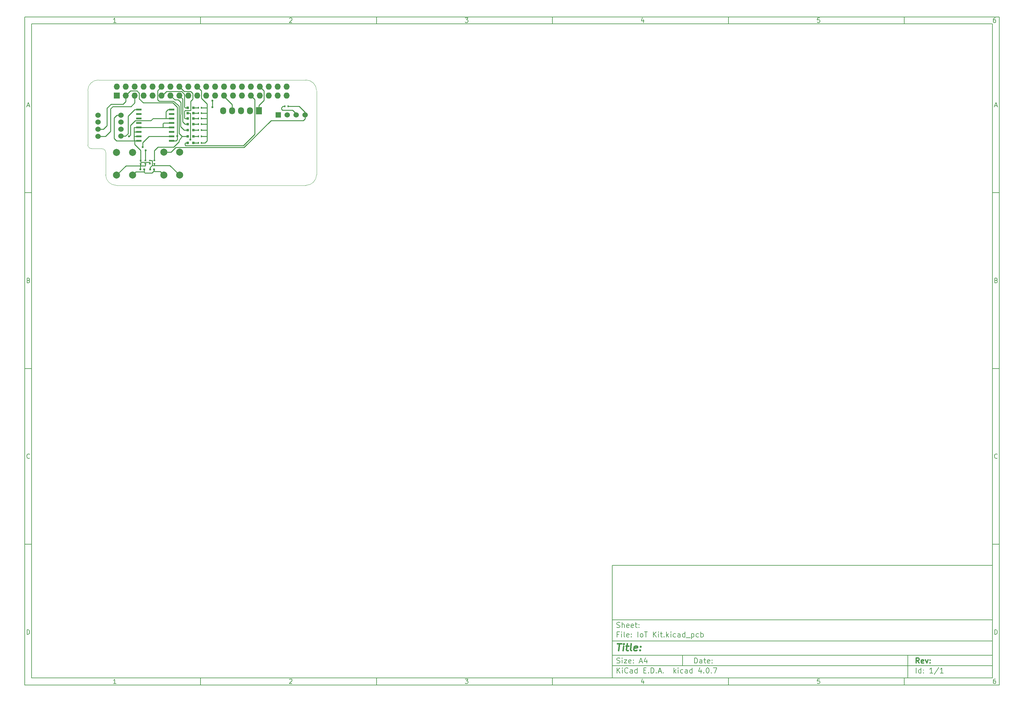
<source format=gbr>
G04 #@! TF.FileFunction,Copper,L1,Top,Signal*
%FSLAX46Y46*%
G04 Gerber Fmt 4.6, Leading zero omitted, Abs format (unit mm)*
G04 Created by KiCad (PCBNEW 4.0.7) date Thursday 07 December 2017 'o51' 11:51:57*
%MOMM*%
%LPD*%
G01*
G04 APERTURE LIST*
%ADD10C,0.100000*%
%ADD11C,0.150000*%
%ADD12C,0.300000*%
%ADD13C,0.400000*%
%ADD14R,1.727200X2.032000*%
%ADD15O,1.727200X2.032000*%
%ADD16R,1.727200X1.727200*%
%ADD17O,1.727200X1.727200*%
%ADD18C,1.524000*%
%ADD19R,1.524000X1.524000*%
%ADD20R,1.500000X0.600000*%
%ADD21C,2.000000*%
%ADD22R,0.600000X0.500000*%
%ADD23R,0.800000X0.800000*%
%ADD24R,0.600000X0.400000*%
%ADD25R,0.400000X0.600000*%
%ADD26C,0.600000*%
%ADD27C,0.250000*%
G04 APERTURE END LIST*
D10*
D11*
X177002200Y-166007200D02*
X177002200Y-198007200D01*
X285002200Y-198007200D01*
X285002200Y-166007200D01*
X177002200Y-166007200D01*
D10*
D11*
X10000000Y-10000000D02*
X10000000Y-200007200D01*
X287002200Y-200007200D01*
X287002200Y-10000000D01*
X10000000Y-10000000D01*
D10*
D11*
X12000000Y-12000000D02*
X12000000Y-198007200D01*
X285002200Y-198007200D01*
X285002200Y-12000000D01*
X12000000Y-12000000D01*
D10*
D11*
X60000000Y-12000000D02*
X60000000Y-10000000D01*
D10*
D11*
X110000000Y-12000000D02*
X110000000Y-10000000D01*
D10*
D11*
X160000000Y-12000000D02*
X160000000Y-10000000D01*
D10*
D11*
X210000000Y-12000000D02*
X210000000Y-10000000D01*
D10*
D11*
X260000000Y-12000000D02*
X260000000Y-10000000D01*
D10*
D11*
X35990476Y-11588095D02*
X35247619Y-11588095D01*
X35619048Y-11588095D02*
X35619048Y-10288095D01*
X35495238Y-10473810D01*
X35371429Y-10597619D01*
X35247619Y-10659524D01*
D10*
D11*
X85247619Y-10411905D02*
X85309524Y-10350000D01*
X85433333Y-10288095D01*
X85742857Y-10288095D01*
X85866667Y-10350000D01*
X85928571Y-10411905D01*
X85990476Y-10535714D01*
X85990476Y-10659524D01*
X85928571Y-10845238D01*
X85185714Y-11588095D01*
X85990476Y-11588095D01*
D10*
D11*
X135185714Y-10288095D02*
X135990476Y-10288095D01*
X135557143Y-10783333D01*
X135742857Y-10783333D01*
X135866667Y-10845238D01*
X135928571Y-10907143D01*
X135990476Y-11030952D01*
X135990476Y-11340476D01*
X135928571Y-11464286D01*
X135866667Y-11526190D01*
X135742857Y-11588095D01*
X135371429Y-11588095D01*
X135247619Y-11526190D01*
X135185714Y-11464286D01*
D10*
D11*
X185866667Y-10721429D02*
X185866667Y-11588095D01*
X185557143Y-10226190D02*
X185247619Y-11154762D01*
X186052381Y-11154762D01*
D10*
D11*
X235928571Y-10288095D02*
X235309524Y-10288095D01*
X235247619Y-10907143D01*
X235309524Y-10845238D01*
X235433333Y-10783333D01*
X235742857Y-10783333D01*
X235866667Y-10845238D01*
X235928571Y-10907143D01*
X235990476Y-11030952D01*
X235990476Y-11340476D01*
X235928571Y-11464286D01*
X235866667Y-11526190D01*
X235742857Y-11588095D01*
X235433333Y-11588095D01*
X235309524Y-11526190D01*
X235247619Y-11464286D01*
D10*
D11*
X285866667Y-10288095D02*
X285619048Y-10288095D01*
X285495238Y-10350000D01*
X285433333Y-10411905D01*
X285309524Y-10597619D01*
X285247619Y-10845238D01*
X285247619Y-11340476D01*
X285309524Y-11464286D01*
X285371429Y-11526190D01*
X285495238Y-11588095D01*
X285742857Y-11588095D01*
X285866667Y-11526190D01*
X285928571Y-11464286D01*
X285990476Y-11340476D01*
X285990476Y-11030952D01*
X285928571Y-10907143D01*
X285866667Y-10845238D01*
X285742857Y-10783333D01*
X285495238Y-10783333D01*
X285371429Y-10845238D01*
X285309524Y-10907143D01*
X285247619Y-11030952D01*
D10*
D11*
X60000000Y-198007200D02*
X60000000Y-200007200D01*
D10*
D11*
X110000000Y-198007200D02*
X110000000Y-200007200D01*
D10*
D11*
X160000000Y-198007200D02*
X160000000Y-200007200D01*
D10*
D11*
X210000000Y-198007200D02*
X210000000Y-200007200D01*
D10*
D11*
X260000000Y-198007200D02*
X260000000Y-200007200D01*
D10*
D11*
X35990476Y-199595295D02*
X35247619Y-199595295D01*
X35619048Y-199595295D02*
X35619048Y-198295295D01*
X35495238Y-198481010D01*
X35371429Y-198604819D01*
X35247619Y-198666724D01*
D10*
D11*
X85247619Y-198419105D02*
X85309524Y-198357200D01*
X85433333Y-198295295D01*
X85742857Y-198295295D01*
X85866667Y-198357200D01*
X85928571Y-198419105D01*
X85990476Y-198542914D01*
X85990476Y-198666724D01*
X85928571Y-198852438D01*
X85185714Y-199595295D01*
X85990476Y-199595295D01*
D10*
D11*
X135185714Y-198295295D02*
X135990476Y-198295295D01*
X135557143Y-198790533D01*
X135742857Y-198790533D01*
X135866667Y-198852438D01*
X135928571Y-198914343D01*
X135990476Y-199038152D01*
X135990476Y-199347676D01*
X135928571Y-199471486D01*
X135866667Y-199533390D01*
X135742857Y-199595295D01*
X135371429Y-199595295D01*
X135247619Y-199533390D01*
X135185714Y-199471486D01*
D10*
D11*
X185866667Y-198728629D02*
X185866667Y-199595295D01*
X185557143Y-198233390D02*
X185247619Y-199161962D01*
X186052381Y-199161962D01*
D10*
D11*
X235928571Y-198295295D02*
X235309524Y-198295295D01*
X235247619Y-198914343D01*
X235309524Y-198852438D01*
X235433333Y-198790533D01*
X235742857Y-198790533D01*
X235866667Y-198852438D01*
X235928571Y-198914343D01*
X235990476Y-199038152D01*
X235990476Y-199347676D01*
X235928571Y-199471486D01*
X235866667Y-199533390D01*
X235742857Y-199595295D01*
X235433333Y-199595295D01*
X235309524Y-199533390D01*
X235247619Y-199471486D01*
D10*
D11*
X285866667Y-198295295D02*
X285619048Y-198295295D01*
X285495238Y-198357200D01*
X285433333Y-198419105D01*
X285309524Y-198604819D01*
X285247619Y-198852438D01*
X285247619Y-199347676D01*
X285309524Y-199471486D01*
X285371429Y-199533390D01*
X285495238Y-199595295D01*
X285742857Y-199595295D01*
X285866667Y-199533390D01*
X285928571Y-199471486D01*
X285990476Y-199347676D01*
X285990476Y-199038152D01*
X285928571Y-198914343D01*
X285866667Y-198852438D01*
X285742857Y-198790533D01*
X285495238Y-198790533D01*
X285371429Y-198852438D01*
X285309524Y-198914343D01*
X285247619Y-199038152D01*
D10*
D11*
X10000000Y-60000000D02*
X12000000Y-60000000D01*
D10*
D11*
X10000000Y-110000000D02*
X12000000Y-110000000D01*
D10*
D11*
X10000000Y-160000000D02*
X12000000Y-160000000D01*
D10*
D11*
X10690476Y-35216667D02*
X11309524Y-35216667D01*
X10566667Y-35588095D02*
X11000000Y-34288095D01*
X11433333Y-35588095D01*
D10*
D11*
X11092857Y-84907143D02*
X11278571Y-84969048D01*
X11340476Y-85030952D01*
X11402381Y-85154762D01*
X11402381Y-85340476D01*
X11340476Y-85464286D01*
X11278571Y-85526190D01*
X11154762Y-85588095D01*
X10659524Y-85588095D01*
X10659524Y-84288095D01*
X11092857Y-84288095D01*
X11216667Y-84350000D01*
X11278571Y-84411905D01*
X11340476Y-84535714D01*
X11340476Y-84659524D01*
X11278571Y-84783333D01*
X11216667Y-84845238D01*
X11092857Y-84907143D01*
X10659524Y-84907143D01*
D10*
D11*
X11402381Y-135464286D02*
X11340476Y-135526190D01*
X11154762Y-135588095D01*
X11030952Y-135588095D01*
X10845238Y-135526190D01*
X10721429Y-135402381D01*
X10659524Y-135278571D01*
X10597619Y-135030952D01*
X10597619Y-134845238D01*
X10659524Y-134597619D01*
X10721429Y-134473810D01*
X10845238Y-134350000D01*
X11030952Y-134288095D01*
X11154762Y-134288095D01*
X11340476Y-134350000D01*
X11402381Y-134411905D01*
D10*
D11*
X10659524Y-185588095D02*
X10659524Y-184288095D01*
X10969048Y-184288095D01*
X11154762Y-184350000D01*
X11278571Y-184473810D01*
X11340476Y-184597619D01*
X11402381Y-184845238D01*
X11402381Y-185030952D01*
X11340476Y-185278571D01*
X11278571Y-185402381D01*
X11154762Y-185526190D01*
X10969048Y-185588095D01*
X10659524Y-185588095D01*
D10*
D11*
X287002200Y-60000000D02*
X285002200Y-60000000D01*
D10*
D11*
X287002200Y-110000000D02*
X285002200Y-110000000D01*
D10*
D11*
X287002200Y-160000000D02*
X285002200Y-160000000D01*
D10*
D11*
X285692676Y-35216667D02*
X286311724Y-35216667D01*
X285568867Y-35588095D02*
X286002200Y-34288095D01*
X286435533Y-35588095D01*
D10*
D11*
X286095057Y-84907143D02*
X286280771Y-84969048D01*
X286342676Y-85030952D01*
X286404581Y-85154762D01*
X286404581Y-85340476D01*
X286342676Y-85464286D01*
X286280771Y-85526190D01*
X286156962Y-85588095D01*
X285661724Y-85588095D01*
X285661724Y-84288095D01*
X286095057Y-84288095D01*
X286218867Y-84350000D01*
X286280771Y-84411905D01*
X286342676Y-84535714D01*
X286342676Y-84659524D01*
X286280771Y-84783333D01*
X286218867Y-84845238D01*
X286095057Y-84907143D01*
X285661724Y-84907143D01*
D10*
D11*
X286404581Y-135464286D02*
X286342676Y-135526190D01*
X286156962Y-135588095D01*
X286033152Y-135588095D01*
X285847438Y-135526190D01*
X285723629Y-135402381D01*
X285661724Y-135278571D01*
X285599819Y-135030952D01*
X285599819Y-134845238D01*
X285661724Y-134597619D01*
X285723629Y-134473810D01*
X285847438Y-134350000D01*
X286033152Y-134288095D01*
X286156962Y-134288095D01*
X286342676Y-134350000D01*
X286404581Y-134411905D01*
D10*
D11*
X285661724Y-185588095D02*
X285661724Y-184288095D01*
X285971248Y-184288095D01*
X286156962Y-184350000D01*
X286280771Y-184473810D01*
X286342676Y-184597619D01*
X286404581Y-184845238D01*
X286404581Y-185030952D01*
X286342676Y-185278571D01*
X286280771Y-185402381D01*
X286156962Y-185526190D01*
X285971248Y-185588095D01*
X285661724Y-185588095D01*
D10*
D11*
X200359343Y-193785771D02*
X200359343Y-192285771D01*
X200716486Y-192285771D01*
X200930771Y-192357200D01*
X201073629Y-192500057D01*
X201145057Y-192642914D01*
X201216486Y-192928629D01*
X201216486Y-193142914D01*
X201145057Y-193428629D01*
X201073629Y-193571486D01*
X200930771Y-193714343D01*
X200716486Y-193785771D01*
X200359343Y-193785771D01*
X202502200Y-193785771D02*
X202502200Y-193000057D01*
X202430771Y-192857200D01*
X202287914Y-192785771D01*
X202002200Y-192785771D01*
X201859343Y-192857200D01*
X202502200Y-193714343D02*
X202359343Y-193785771D01*
X202002200Y-193785771D01*
X201859343Y-193714343D01*
X201787914Y-193571486D01*
X201787914Y-193428629D01*
X201859343Y-193285771D01*
X202002200Y-193214343D01*
X202359343Y-193214343D01*
X202502200Y-193142914D01*
X203002200Y-192785771D02*
X203573629Y-192785771D01*
X203216486Y-192285771D02*
X203216486Y-193571486D01*
X203287914Y-193714343D01*
X203430772Y-193785771D01*
X203573629Y-193785771D01*
X204645057Y-193714343D02*
X204502200Y-193785771D01*
X204216486Y-193785771D01*
X204073629Y-193714343D01*
X204002200Y-193571486D01*
X204002200Y-193000057D01*
X204073629Y-192857200D01*
X204216486Y-192785771D01*
X204502200Y-192785771D01*
X204645057Y-192857200D01*
X204716486Y-193000057D01*
X204716486Y-193142914D01*
X204002200Y-193285771D01*
X205359343Y-193642914D02*
X205430771Y-193714343D01*
X205359343Y-193785771D01*
X205287914Y-193714343D01*
X205359343Y-193642914D01*
X205359343Y-193785771D01*
X205359343Y-192857200D02*
X205430771Y-192928629D01*
X205359343Y-193000057D01*
X205287914Y-192928629D01*
X205359343Y-192857200D01*
X205359343Y-193000057D01*
D10*
D11*
X177002200Y-194507200D02*
X285002200Y-194507200D01*
D10*
D11*
X178359343Y-196585771D02*
X178359343Y-195085771D01*
X179216486Y-196585771D02*
X178573629Y-195728629D01*
X179216486Y-195085771D02*
X178359343Y-195942914D01*
X179859343Y-196585771D02*
X179859343Y-195585771D01*
X179859343Y-195085771D02*
X179787914Y-195157200D01*
X179859343Y-195228629D01*
X179930771Y-195157200D01*
X179859343Y-195085771D01*
X179859343Y-195228629D01*
X181430772Y-196442914D02*
X181359343Y-196514343D01*
X181145057Y-196585771D01*
X181002200Y-196585771D01*
X180787915Y-196514343D01*
X180645057Y-196371486D01*
X180573629Y-196228629D01*
X180502200Y-195942914D01*
X180502200Y-195728629D01*
X180573629Y-195442914D01*
X180645057Y-195300057D01*
X180787915Y-195157200D01*
X181002200Y-195085771D01*
X181145057Y-195085771D01*
X181359343Y-195157200D01*
X181430772Y-195228629D01*
X182716486Y-196585771D02*
X182716486Y-195800057D01*
X182645057Y-195657200D01*
X182502200Y-195585771D01*
X182216486Y-195585771D01*
X182073629Y-195657200D01*
X182716486Y-196514343D02*
X182573629Y-196585771D01*
X182216486Y-196585771D01*
X182073629Y-196514343D01*
X182002200Y-196371486D01*
X182002200Y-196228629D01*
X182073629Y-196085771D01*
X182216486Y-196014343D01*
X182573629Y-196014343D01*
X182716486Y-195942914D01*
X184073629Y-196585771D02*
X184073629Y-195085771D01*
X184073629Y-196514343D02*
X183930772Y-196585771D01*
X183645058Y-196585771D01*
X183502200Y-196514343D01*
X183430772Y-196442914D01*
X183359343Y-196300057D01*
X183359343Y-195871486D01*
X183430772Y-195728629D01*
X183502200Y-195657200D01*
X183645058Y-195585771D01*
X183930772Y-195585771D01*
X184073629Y-195657200D01*
X185930772Y-195800057D02*
X186430772Y-195800057D01*
X186645058Y-196585771D02*
X185930772Y-196585771D01*
X185930772Y-195085771D01*
X186645058Y-195085771D01*
X187287915Y-196442914D02*
X187359343Y-196514343D01*
X187287915Y-196585771D01*
X187216486Y-196514343D01*
X187287915Y-196442914D01*
X187287915Y-196585771D01*
X188002201Y-196585771D02*
X188002201Y-195085771D01*
X188359344Y-195085771D01*
X188573629Y-195157200D01*
X188716487Y-195300057D01*
X188787915Y-195442914D01*
X188859344Y-195728629D01*
X188859344Y-195942914D01*
X188787915Y-196228629D01*
X188716487Y-196371486D01*
X188573629Y-196514343D01*
X188359344Y-196585771D01*
X188002201Y-196585771D01*
X189502201Y-196442914D02*
X189573629Y-196514343D01*
X189502201Y-196585771D01*
X189430772Y-196514343D01*
X189502201Y-196442914D01*
X189502201Y-196585771D01*
X190145058Y-196157200D02*
X190859344Y-196157200D01*
X190002201Y-196585771D02*
X190502201Y-195085771D01*
X191002201Y-196585771D01*
X191502201Y-196442914D02*
X191573629Y-196514343D01*
X191502201Y-196585771D01*
X191430772Y-196514343D01*
X191502201Y-196442914D01*
X191502201Y-196585771D01*
X194502201Y-196585771D02*
X194502201Y-195085771D01*
X194645058Y-196014343D02*
X195073629Y-196585771D01*
X195073629Y-195585771D02*
X194502201Y-196157200D01*
X195716487Y-196585771D02*
X195716487Y-195585771D01*
X195716487Y-195085771D02*
X195645058Y-195157200D01*
X195716487Y-195228629D01*
X195787915Y-195157200D01*
X195716487Y-195085771D01*
X195716487Y-195228629D01*
X197073630Y-196514343D02*
X196930773Y-196585771D01*
X196645059Y-196585771D01*
X196502201Y-196514343D01*
X196430773Y-196442914D01*
X196359344Y-196300057D01*
X196359344Y-195871486D01*
X196430773Y-195728629D01*
X196502201Y-195657200D01*
X196645059Y-195585771D01*
X196930773Y-195585771D01*
X197073630Y-195657200D01*
X198359344Y-196585771D02*
X198359344Y-195800057D01*
X198287915Y-195657200D01*
X198145058Y-195585771D01*
X197859344Y-195585771D01*
X197716487Y-195657200D01*
X198359344Y-196514343D02*
X198216487Y-196585771D01*
X197859344Y-196585771D01*
X197716487Y-196514343D01*
X197645058Y-196371486D01*
X197645058Y-196228629D01*
X197716487Y-196085771D01*
X197859344Y-196014343D01*
X198216487Y-196014343D01*
X198359344Y-195942914D01*
X199716487Y-196585771D02*
X199716487Y-195085771D01*
X199716487Y-196514343D02*
X199573630Y-196585771D01*
X199287916Y-196585771D01*
X199145058Y-196514343D01*
X199073630Y-196442914D01*
X199002201Y-196300057D01*
X199002201Y-195871486D01*
X199073630Y-195728629D01*
X199145058Y-195657200D01*
X199287916Y-195585771D01*
X199573630Y-195585771D01*
X199716487Y-195657200D01*
X202216487Y-195585771D02*
X202216487Y-196585771D01*
X201859344Y-195014343D02*
X201502201Y-196085771D01*
X202430773Y-196085771D01*
X203002201Y-196442914D02*
X203073629Y-196514343D01*
X203002201Y-196585771D01*
X202930772Y-196514343D01*
X203002201Y-196442914D01*
X203002201Y-196585771D01*
X204002201Y-195085771D02*
X204145058Y-195085771D01*
X204287915Y-195157200D01*
X204359344Y-195228629D01*
X204430773Y-195371486D01*
X204502201Y-195657200D01*
X204502201Y-196014343D01*
X204430773Y-196300057D01*
X204359344Y-196442914D01*
X204287915Y-196514343D01*
X204145058Y-196585771D01*
X204002201Y-196585771D01*
X203859344Y-196514343D01*
X203787915Y-196442914D01*
X203716487Y-196300057D01*
X203645058Y-196014343D01*
X203645058Y-195657200D01*
X203716487Y-195371486D01*
X203787915Y-195228629D01*
X203859344Y-195157200D01*
X204002201Y-195085771D01*
X205145058Y-196442914D02*
X205216486Y-196514343D01*
X205145058Y-196585771D01*
X205073629Y-196514343D01*
X205145058Y-196442914D01*
X205145058Y-196585771D01*
X205716487Y-195085771D02*
X206716487Y-195085771D01*
X206073630Y-196585771D01*
D10*
D11*
X177002200Y-191507200D02*
X285002200Y-191507200D01*
D10*
D12*
X264216486Y-193785771D02*
X263716486Y-193071486D01*
X263359343Y-193785771D02*
X263359343Y-192285771D01*
X263930771Y-192285771D01*
X264073629Y-192357200D01*
X264145057Y-192428629D01*
X264216486Y-192571486D01*
X264216486Y-192785771D01*
X264145057Y-192928629D01*
X264073629Y-193000057D01*
X263930771Y-193071486D01*
X263359343Y-193071486D01*
X265430771Y-193714343D02*
X265287914Y-193785771D01*
X265002200Y-193785771D01*
X264859343Y-193714343D01*
X264787914Y-193571486D01*
X264787914Y-193000057D01*
X264859343Y-192857200D01*
X265002200Y-192785771D01*
X265287914Y-192785771D01*
X265430771Y-192857200D01*
X265502200Y-193000057D01*
X265502200Y-193142914D01*
X264787914Y-193285771D01*
X266002200Y-192785771D02*
X266359343Y-193785771D01*
X266716485Y-192785771D01*
X267287914Y-193642914D02*
X267359342Y-193714343D01*
X267287914Y-193785771D01*
X267216485Y-193714343D01*
X267287914Y-193642914D01*
X267287914Y-193785771D01*
X267287914Y-192857200D02*
X267359342Y-192928629D01*
X267287914Y-193000057D01*
X267216485Y-192928629D01*
X267287914Y-192857200D01*
X267287914Y-193000057D01*
D10*
D11*
X178287914Y-193714343D02*
X178502200Y-193785771D01*
X178859343Y-193785771D01*
X179002200Y-193714343D01*
X179073629Y-193642914D01*
X179145057Y-193500057D01*
X179145057Y-193357200D01*
X179073629Y-193214343D01*
X179002200Y-193142914D01*
X178859343Y-193071486D01*
X178573629Y-193000057D01*
X178430771Y-192928629D01*
X178359343Y-192857200D01*
X178287914Y-192714343D01*
X178287914Y-192571486D01*
X178359343Y-192428629D01*
X178430771Y-192357200D01*
X178573629Y-192285771D01*
X178930771Y-192285771D01*
X179145057Y-192357200D01*
X179787914Y-193785771D02*
X179787914Y-192785771D01*
X179787914Y-192285771D02*
X179716485Y-192357200D01*
X179787914Y-192428629D01*
X179859342Y-192357200D01*
X179787914Y-192285771D01*
X179787914Y-192428629D01*
X180359343Y-192785771D02*
X181145057Y-192785771D01*
X180359343Y-193785771D01*
X181145057Y-193785771D01*
X182287914Y-193714343D02*
X182145057Y-193785771D01*
X181859343Y-193785771D01*
X181716486Y-193714343D01*
X181645057Y-193571486D01*
X181645057Y-193000057D01*
X181716486Y-192857200D01*
X181859343Y-192785771D01*
X182145057Y-192785771D01*
X182287914Y-192857200D01*
X182359343Y-193000057D01*
X182359343Y-193142914D01*
X181645057Y-193285771D01*
X183002200Y-193642914D02*
X183073628Y-193714343D01*
X183002200Y-193785771D01*
X182930771Y-193714343D01*
X183002200Y-193642914D01*
X183002200Y-193785771D01*
X183002200Y-192857200D02*
X183073628Y-192928629D01*
X183002200Y-193000057D01*
X182930771Y-192928629D01*
X183002200Y-192857200D01*
X183002200Y-193000057D01*
X184787914Y-193357200D02*
X185502200Y-193357200D01*
X184645057Y-193785771D02*
X185145057Y-192285771D01*
X185645057Y-193785771D01*
X186787914Y-192785771D02*
X186787914Y-193785771D01*
X186430771Y-192214343D02*
X186073628Y-193285771D01*
X187002200Y-193285771D01*
D10*
D11*
X263359343Y-196585771D02*
X263359343Y-195085771D01*
X264716486Y-196585771D02*
X264716486Y-195085771D01*
X264716486Y-196514343D02*
X264573629Y-196585771D01*
X264287915Y-196585771D01*
X264145057Y-196514343D01*
X264073629Y-196442914D01*
X264002200Y-196300057D01*
X264002200Y-195871486D01*
X264073629Y-195728629D01*
X264145057Y-195657200D01*
X264287915Y-195585771D01*
X264573629Y-195585771D01*
X264716486Y-195657200D01*
X265430772Y-196442914D02*
X265502200Y-196514343D01*
X265430772Y-196585771D01*
X265359343Y-196514343D01*
X265430772Y-196442914D01*
X265430772Y-196585771D01*
X265430772Y-195657200D02*
X265502200Y-195728629D01*
X265430772Y-195800057D01*
X265359343Y-195728629D01*
X265430772Y-195657200D01*
X265430772Y-195800057D01*
X268073629Y-196585771D02*
X267216486Y-196585771D01*
X267645058Y-196585771D02*
X267645058Y-195085771D01*
X267502201Y-195300057D01*
X267359343Y-195442914D01*
X267216486Y-195514343D01*
X269787914Y-195014343D02*
X268502200Y-196942914D01*
X271073629Y-196585771D02*
X270216486Y-196585771D01*
X270645058Y-196585771D02*
X270645058Y-195085771D01*
X270502201Y-195300057D01*
X270359343Y-195442914D01*
X270216486Y-195514343D01*
D10*
D11*
X177002200Y-187507200D02*
X285002200Y-187507200D01*
D10*
D13*
X178454581Y-188211962D02*
X179597438Y-188211962D01*
X178776010Y-190211962D02*
X179026010Y-188211962D01*
X180014105Y-190211962D02*
X180180771Y-188878629D01*
X180264105Y-188211962D02*
X180156962Y-188307200D01*
X180240295Y-188402438D01*
X180347439Y-188307200D01*
X180264105Y-188211962D01*
X180240295Y-188402438D01*
X180847438Y-188878629D02*
X181609343Y-188878629D01*
X181216486Y-188211962D02*
X181002200Y-189926248D01*
X181073630Y-190116724D01*
X181252201Y-190211962D01*
X181442677Y-190211962D01*
X182395058Y-190211962D02*
X182216487Y-190116724D01*
X182145057Y-189926248D01*
X182359343Y-188211962D01*
X183930772Y-190116724D02*
X183728391Y-190211962D01*
X183347439Y-190211962D01*
X183168867Y-190116724D01*
X183097438Y-189926248D01*
X183192676Y-189164343D01*
X183311724Y-188973867D01*
X183514105Y-188878629D01*
X183895057Y-188878629D01*
X184073629Y-188973867D01*
X184145057Y-189164343D01*
X184121248Y-189354819D01*
X183145057Y-189545295D01*
X184895057Y-190021486D02*
X184978392Y-190116724D01*
X184871248Y-190211962D01*
X184787915Y-190116724D01*
X184895057Y-190021486D01*
X184871248Y-190211962D01*
X185026010Y-188973867D02*
X185109344Y-189069105D01*
X185002200Y-189164343D01*
X184918867Y-189069105D01*
X185026010Y-188973867D01*
X185002200Y-189164343D01*
D10*
D11*
X178859343Y-185600057D02*
X178359343Y-185600057D01*
X178359343Y-186385771D02*
X178359343Y-184885771D01*
X179073629Y-184885771D01*
X179645057Y-186385771D02*
X179645057Y-185385771D01*
X179645057Y-184885771D02*
X179573628Y-184957200D01*
X179645057Y-185028629D01*
X179716485Y-184957200D01*
X179645057Y-184885771D01*
X179645057Y-185028629D01*
X180573629Y-186385771D02*
X180430771Y-186314343D01*
X180359343Y-186171486D01*
X180359343Y-184885771D01*
X181716485Y-186314343D02*
X181573628Y-186385771D01*
X181287914Y-186385771D01*
X181145057Y-186314343D01*
X181073628Y-186171486D01*
X181073628Y-185600057D01*
X181145057Y-185457200D01*
X181287914Y-185385771D01*
X181573628Y-185385771D01*
X181716485Y-185457200D01*
X181787914Y-185600057D01*
X181787914Y-185742914D01*
X181073628Y-185885771D01*
X182430771Y-186242914D02*
X182502199Y-186314343D01*
X182430771Y-186385771D01*
X182359342Y-186314343D01*
X182430771Y-186242914D01*
X182430771Y-186385771D01*
X182430771Y-185457200D02*
X182502199Y-185528629D01*
X182430771Y-185600057D01*
X182359342Y-185528629D01*
X182430771Y-185457200D01*
X182430771Y-185600057D01*
X184287914Y-186385771D02*
X184287914Y-184885771D01*
X185216486Y-186385771D02*
X185073628Y-186314343D01*
X185002200Y-186242914D01*
X184930771Y-186100057D01*
X184930771Y-185671486D01*
X185002200Y-185528629D01*
X185073628Y-185457200D01*
X185216486Y-185385771D01*
X185430771Y-185385771D01*
X185573628Y-185457200D01*
X185645057Y-185528629D01*
X185716486Y-185671486D01*
X185716486Y-186100057D01*
X185645057Y-186242914D01*
X185573628Y-186314343D01*
X185430771Y-186385771D01*
X185216486Y-186385771D01*
X186145057Y-184885771D02*
X187002200Y-184885771D01*
X186573629Y-186385771D02*
X186573629Y-184885771D01*
X188645057Y-186385771D02*
X188645057Y-184885771D01*
X189502200Y-186385771D02*
X188859343Y-185528629D01*
X189502200Y-184885771D02*
X188645057Y-185742914D01*
X190145057Y-186385771D02*
X190145057Y-185385771D01*
X190145057Y-184885771D02*
X190073628Y-184957200D01*
X190145057Y-185028629D01*
X190216485Y-184957200D01*
X190145057Y-184885771D01*
X190145057Y-185028629D01*
X190645057Y-185385771D02*
X191216486Y-185385771D01*
X190859343Y-184885771D02*
X190859343Y-186171486D01*
X190930771Y-186314343D01*
X191073629Y-186385771D01*
X191216486Y-186385771D01*
X191716486Y-186242914D02*
X191787914Y-186314343D01*
X191716486Y-186385771D01*
X191645057Y-186314343D01*
X191716486Y-186242914D01*
X191716486Y-186385771D01*
X192430772Y-186385771D02*
X192430772Y-184885771D01*
X192573629Y-185814343D02*
X193002200Y-186385771D01*
X193002200Y-185385771D02*
X192430772Y-185957200D01*
X193645058Y-186385771D02*
X193645058Y-185385771D01*
X193645058Y-184885771D02*
X193573629Y-184957200D01*
X193645058Y-185028629D01*
X193716486Y-184957200D01*
X193645058Y-184885771D01*
X193645058Y-185028629D01*
X195002201Y-186314343D02*
X194859344Y-186385771D01*
X194573630Y-186385771D01*
X194430772Y-186314343D01*
X194359344Y-186242914D01*
X194287915Y-186100057D01*
X194287915Y-185671486D01*
X194359344Y-185528629D01*
X194430772Y-185457200D01*
X194573630Y-185385771D01*
X194859344Y-185385771D01*
X195002201Y-185457200D01*
X196287915Y-186385771D02*
X196287915Y-185600057D01*
X196216486Y-185457200D01*
X196073629Y-185385771D01*
X195787915Y-185385771D01*
X195645058Y-185457200D01*
X196287915Y-186314343D02*
X196145058Y-186385771D01*
X195787915Y-186385771D01*
X195645058Y-186314343D01*
X195573629Y-186171486D01*
X195573629Y-186028629D01*
X195645058Y-185885771D01*
X195787915Y-185814343D01*
X196145058Y-185814343D01*
X196287915Y-185742914D01*
X197645058Y-186385771D02*
X197645058Y-184885771D01*
X197645058Y-186314343D02*
X197502201Y-186385771D01*
X197216487Y-186385771D01*
X197073629Y-186314343D01*
X197002201Y-186242914D01*
X196930772Y-186100057D01*
X196930772Y-185671486D01*
X197002201Y-185528629D01*
X197073629Y-185457200D01*
X197216487Y-185385771D01*
X197502201Y-185385771D01*
X197645058Y-185457200D01*
X198002201Y-186528629D02*
X199145058Y-186528629D01*
X199502201Y-185385771D02*
X199502201Y-186885771D01*
X199502201Y-185457200D02*
X199645058Y-185385771D01*
X199930772Y-185385771D01*
X200073629Y-185457200D01*
X200145058Y-185528629D01*
X200216487Y-185671486D01*
X200216487Y-186100057D01*
X200145058Y-186242914D01*
X200073629Y-186314343D01*
X199930772Y-186385771D01*
X199645058Y-186385771D01*
X199502201Y-186314343D01*
X201502201Y-186314343D02*
X201359344Y-186385771D01*
X201073630Y-186385771D01*
X200930772Y-186314343D01*
X200859344Y-186242914D01*
X200787915Y-186100057D01*
X200787915Y-185671486D01*
X200859344Y-185528629D01*
X200930772Y-185457200D01*
X201073630Y-185385771D01*
X201359344Y-185385771D01*
X201502201Y-185457200D01*
X202145058Y-186385771D02*
X202145058Y-184885771D01*
X202145058Y-185457200D02*
X202287915Y-185385771D01*
X202573629Y-185385771D01*
X202716486Y-185457200D01*
X202787915Y-185528629D01*
X202859344Y-185671486D01*
X202859344Y-186100057D01*
X202787915Y-186242914D01*
X202716486Y-186314343D01*
X202573629Y-186385771D01*
X202287915Y-186385771D01*
X202145058Y-186314343D01*
D10*
D11*
X177002200Y-181507200D02*
X285002200Y-181507200D01*
D10*
D11*
X178287914Y-183614343D02*
X178502200Y-183685771D01*
X178859343Y-183685771D01*
X179002200Y-183614343D01*
X179073629Y-183542914D01*
X179145057Y-183400057D01*
X179145057Y-183257200D01*
X179073629Y-183114343D01*
X179002200Y-183042914D01*
X178859343Y-182971486D01*
X178573629Y-182900057D01*
X178430771Y-182828629D01*
X178359343Y-182757200D01*
X178287914Y-182614343D01*
X178287914Y-182471486D01*
X178359343Y-182328629D01*
X178430771Y-182257200D01*
X178573629Y-182185771D01*
X178930771Y-182185771D01*
X179145057Y-182257200D01*
X179787914Y-183685771D02*
X179787914Y-182185771D01*
X180430771Y-183685771D02*
X180430771Y-182900057D01*
X180359342Y-182757200D01*
X180216485Y-182685771D01*
X180002200Y-182685771D01*
X179859342Y-182757200D01*
X179787914Y-182828629D01*
X181716485Y-183614343D02*
X181573628Y-183685771D01*
X181287914Y-183685771D01*
X181145057Y-183614343D01*
X181073628Y-183471486D01*
X181073628Y-182900057D01*
X181145057Y-182757200D01*
X181287914Y-182685771D01*
X181573628Y-182685771D01*
X181716485Y-182757200D01*
X181787914Y-182900057D01*
X181787914Y-183042914D01*
X181073628Y-183185771D01*
X183002199Y-183614343D02*
X182859342Y-183685771D01*
X182573628Y-183685771D01*
X182430771Y-183614343D01*
X182359342Y-183471486D01*
X182359342Y-182900057D01*
X182430771Y-182757200D01*
X182573628Y-182685771D01*
X182859342Y-182685771D01*
X183002199Y-182757200D01*
X183073628Y-182900057D01*
X183073628Y-183042914D01*
X182359342Y-183185771D01*
X183502199Y-182685771D02*
X184073628Y-182685771D01*
X183716485Y-182185771D02*
X183716485Y-183471486D01*
X183787913Y-183614343D01*
X183930771Y-183685771D01*
X184073628Y-183685771D01*
X184573628Y-183542914D02*
X184645056Y-183614343D01*
X184573628Y-183685771D01*
X184502199Y-183614343D01*
X184573628Y-183542914D01*
X184573628Y-183685771D01*
X184573628Y-182757200D02*
X184645056Y-182828629D01*
X184573628Y-182900057D01*
X184502199Y-182828629D01*
X184573628Y-182757200D01*
X184573628Y-182900057D01*
D10*
D11*
X197002200Y-191507200D02*
X197002200Y-194507200D01*
D10*
D11*
X261002200Y-191507200D02*
X261002200Y-198007200D01*
D10*
X92964000Y-30988000D02*
X92964000Y-54864000D01*
X92940000Y-30932000D02*
G75*
G03X89940000Y-27932000I-3000000J0D01*
G01*
X89940000Y-57897000D02*
G75*
G03X92940000Y-54897000I0J3000000D01*
G01*
X36068000Y-57912000D02*
X89916000Y-57912000D01*
X33020000Y-48514000D02*
G75*
G03X32004000Y-47498000I-1016000J0D01*
G01*
X33020000Y-54991000D02*
X33020000Y-48514000D01*
X27940000Y-30962600D02*
X27940000Y-46456600D01*
X30940000Y-27932000D02*
X89940000Y-27932000D01*
X30940000Y-27932000D02*
G75*
G03X27940000Y-30932000I0J-3000000D01*
G01*
X27940000Y-46432000D02*
G75*
G03X28940000Y-47432000I1000000J0D01*
G01*
X33020000Y-54897000D02*
G75*
G03X36020000Y-57897000I3000000J0D01*
G01*
X28940000Y-47432000D02*
X31940000Y-47432000D01*
D14*
X76581000Y-36703000D03*
D15*
X74041000Y-36703000D03*
X71501000Y-36703000D03*
X68961000Y-36703000D03*
X66421000Y-36703000D03*
D16*
X36195000Y-32385000D03*
D17*
X36195000Y-29845000D03*
X38735000Y-32385000D03*
X38735000Y-29845000D03*
X41275000Y-32385000D03*
X41275000Y-29845000D03*
X43815000Y-32385000D03*
X43815000Y-29845000D03*
X46355000Y-32385000D03*
X46355000Y-29845000D03*
X48895000Y-32385000D03*
X48895000Y-29845000D03*
X51435000Y-32385000D03*
X51435000Y-29845000D03*
X53975000Y-32385000D03*
X53975000Y-29845000D03*
X56515000Y-32385000D03*
X56515000Y-29845000D03*
X59055000Y-32385000D03*
X59055000Y-29845000D03*
X61595000Y-32385000D03*
X61595000Y-29845000D03*
X64135000Y-32385000D03*
X64135000Y-29845000D03*
X66675000Y-32385000D03*
X66675000Y-29845000D03*
X69215000Y-32385000D03*
X69215000Y-29845000D03*
X71755000Y-32385000D03*
X71755000Y-29845000D03*
X74295000Y-32385000D03*
X74295000Y-29845000D03*
X76835000Y-32385000D03*
X76835000Y-29845000D03*
X79375000Y-32385000D03*
X79375000Y-29845000D03*
X81915000Y-32385000D03*
X81915000Y-29845000D03*
X84455000Y-32385000D03*
X84455000Y-29845000D03*
D18*
X30886400Y-43942000D03*
X30886400Y-41942000D03*
X30886400Y-39942000D03*
X30886400Y-37942000D03*
D19*
X82042000Y-37846000D03*
D18*
X84582000Y-37846000D03*
X87122000Y-37846000D03*
X89662000Y-37846000D03*
D20*
X42467000Y-36322000D03*
X42467000Y-37592000D03*
X42467000Y-38862000D03*
X42467000Y-40132000D03*
X42467000Y-41402000D03*
X42467000Y-42672000D03*
X42467000Y-43942000D03*
X42467000Y-45212000D03*
X51767000Y-45212000D03*
X51767000Y-43942000D03*
X51767000Y-42672000D03*
X51767000Y-41402000D03*
X51767000Y-40132000D03*
X51767000Y-38862000D03*
X51767000Y-37592000D03*
X51767000Y-36322000D03*
D21*
X36140000Y-48514000D03*
X40640000Y-48514000D03*
X36140000Y-55014000D03*
X40640000Y-55014000D03*
X54030000Y-54991000D03*
X49530000Y-54991000D03*
X54030000Y-48491000D03*
X49530000Y-48491000D03*
D22*
X43984000Y-53340000D03*
X42884000Y-53340000D03*
X46778000Y-53340000D03*
X45678000Y-53340000D03*
D23*
X56350000Y-45847000D03*
X57950000Y-45847000D03*
X56350000Y-43942000D03*
X57950000Y-43942000D03*
X56350000Y-42164000D03*
X57950000Y-42164000D03*
X56350000Y-40513000D03*
X57950000Y-40513000D03*
X56350000Y-38862000D03*
X57950000Y-38862000D03*
X56350000Y-37338000D03*
X57950000Y-37338000D03*
X56350000Y-35814000D03*
X57950000Y-35814000D03*
D24*
X42926000Y-51758000D03*
X42926000Y-50858000D03*
X44323000Y-50858000D03*
X44323000Y-51758000D03*
D25*
X59367000Y-45847000D03*
X60267000Y-45847000D03*
D24*
X45593000Y-50858000D03*
X45593000Y-51758000D03*
D25*
X59367000Y-43942000D03*
X60267000Y-43942000D03*
D24*
X46863000Y-50858000D03*
X46863000Y-51758000D03*
D25*
X59367000Y-42164000D03*
X60267000Y-42164000D03*
X59367000Y-40513000D03*
X60267000Y-40513000D03*
X59367000Y-38862000D03*
X60267000Y-38862000D03*
X59367000Y-37338000D03*
X60267000Y-37338000D03*
X59367000Y-35814000D03*
X60267000Y-35814000D03*
X84854200Y-35433000D03*
X83954200Y-35433000D03*
D18*
X37338000Y-43916600D03*
X37338000Y-41916600D03*
X37338000Y-39916600D03*
X37338000Y-37916600D03*
D26*
X44386500Y-47942500D03*
X39687500Y-44005500D03*
X43561000Y-46990000D03*
X53340000Y-43878500D03*
X63373000Y-33807400D03*
X63398400Y-35661600D03*
X57099200Y-44881800D03*
D27*
X44323000Y-50858000D02*
X44323000Y-48006000D01*
D10*
X44323000Y-48006000D02*
X44386500Y-47942500D01*
X37312600Y-39942000D02*
X37338000Y-39916600D01*
D27*
X89662000Y-37846000D02*
X89662000Y-38989000D01*
X51635800Y-48491000D02*
X49530000Y-48491000D01*
X52984400Y-47142400D02*
X51635800Y-48491000D01*
X72364600Y-47142400D02*
X52984400Y-47142400D01*
X80010000Y-39497000D02*
X72364600Y-47142400D01*
X89154000Y-39497000D02*
X80010000Y-39497000D01*
X89662000Y-38989000D02*
X89154000Y-39497000D01*
X84854200Y-35433000D02*
X88011000Y-35433000D01*
X88011000Y-35433000D02*
X89662000Y-37084000D01*
X89662000Y-37084000D02*
X89662000Y-37846000D01*
X51767000Y-38862000D02*
X50139600Y-38862000D01*
X50749200Y-36322000D02*
X51767000Y-36322000D01*
X50139600Y-36931600D02*
X50749200Y-36322000D01*
X50139600Y-38658800D02*
X50139600Y-36931600D01*
X50139600Y-38862000D02*
X50139600Y-38658800D01*
X43984000Y-53340000D02*
X43967400Y-54229000D01*
X46164500Y-54419500D02*
X46799500Y-53784500D01*
X44196000Y-54419500D02*
X46164500Y-54419500D01*
X43967400Y-54229000D02*
X44196000Y-54419500D01*
X43975200Y-54025800D02*
X43891200Y-54025800D01*
X41615500Y-54038500D02*
X40640000Y-55014000D01*
X43751500Y-54038500D02*
X41615500Y-54038500D01*
X43891200Y-54025800D02*
X43751500Y-54038500D01*
D10*
X46778000Y-53784500D02*
X46799500Y-53784500D01*
D27*
X46778000Y-53784500D02*
X46778000Y-53340000D01*
X48514000Y-53975000D02*
X49530000Y-54991000D01*
X46990000Y-53975000D02*
X48514000Y-53975000D01*
X46799500Y-53784500D02*
X46990000Y-53975000D01*
D10*
X43984000Y-53340000D02*
X43975200Y-54025800D01*
D27*
X40068500Y-43624500D02*
X39687500Y-44005500D01*
X40068500Y-40830500D02*
X40068500Y-43624500D01*
X41402000Y-39497000D02*
X40068500Y-40830500D01*
X45847000Y-39497000D02*
X41402000Y-39497000D01*
X51767000Y-38862000D02*
X46482000Y-38862000D01*
X46482000Y-38862000D02*
X45847000Y-39497000D01*
X46863000Y-50858000D02*
X46863000Y-48069500D01*
X53911500Y-45148500D02*
X54737000Y-43942000D01*
X53911500Y-45529500D02*
X53911500Y-45148500D01*
X52387500Y-47053500D02*
X53911500Y-45529500D01*
X47879000Y-47053500D02*
X52387500Y-47053500D01*
X46863000Y-48069500D02*
X47879000Y-47053500D01*
X56350000Y-43942000D02*
X54737000Y-43942000D01*
X54737000Y-43942000D02*
X53873400Y-43103800D01*
X53873400Y-43103800D02*
X53848000Y-35306000D01*
X53848000Y-35306000D02*
X52298600Y-33959800D01*
X47752000Y-30988000D02*
X48895000Y-29845000D01*
X47752000Y-33528000D02*
X47752000Y-30988000D01*
X48183800Y-33959800D02*
X47752000Y-33528000D01*
X52298600Y-33959800D02*
X48183800Y-33959800D01*
X56350000Y-45847000D02*
X55689500Y-45847000D01*
X55689500Y-45847000D02*
X55562500Y-45974000D01*
X55562500Y-45974000D02*
X55562500Y-46418500D01*
X55562500Y-46418500D02*
X55753000Y-46609000D01*
X75374500Y-33464500D02*
X74295000Y-32385000D01*
X75374500Y-43370500D02*
X75374500Y-33464500D01*
X72136000Y-46609000D02*
X75374500Y-43370500D01*
X55753000Y-46609000D02*
X72136000Y-46609000D01*
X50355500Y-31178500D02*
X49149000Y-32385000D01*
X54635400Y-31191200D02*
X50355500Y-31178500D01*
X55397400Y-32054800D02*
X54635400Y-31191200D01*
X55372000Y-35623500D02*
X55397400Y-32054800D01*
D10*
X49149000Y-32385000D02*
X48895000Y-32385000D01*
D27*
X55562500Y-35814000D02*
X55372000Y-35623500D01*
X56350000Y-35814000D02*
X55562500Y-35814000D01*
D10*
X56286500Y-35750500D02*
X56350000Y-35814000D01*
D27*
X56350000Y-38862000D02*
X55499000Y-38862000D01*
X55499000Y-38862000D02*
X55372000Y-38735000D01*
X55372000Y-38735000D02*
X55372000Y-36830000D01*
X55372000Y-36830000D02*
X55562500Y-36639500D01*
X55295800Y-31165800D02*
X53975000Y-29845000D01*
X57150000Y-31165800D02*
X55295800Y-31165800D01*
X57734200Y-31775400D02*
X57150000Y-31165800D01*
X57734200Y-33426400D02*
X57734200Y-31775400D01*
X57150000Y-33959800D02*
X57734200Y-33426400D01*
X57150000Y-36576000D02*
X57150000Y-33959800D01*
X56959500Y-36639500D02*
X57150000Y-36576000D01*
X55562500Y-36639500D02*
X57086500Y-36639500D01*
X83954200Y-35433000D02*
X83362800Y-35433000D01*
X86131400Y-36550600D02*
X87122000Y-37541200D01*
X83286600Y-36550600D02*
X86131400Y-36550600D01*
X82981800Y-36245800D02*
X83286600Y-36550600D01*
X82981800Y-35814000D02*
X82981800Y-36245800D01*
X83362800Y-35433000D02*
X82981800Y-35814000D01*
X87122000Y-37541200D02*
X87122000Y-37846000D01*
X30886400Y-43942000D02*
X32969200Y-43942000D01*
X32969200Y-43942000D02*
X34417000Y-42494200D01*
X51767000Y-43942000D02*
X45339000Y-43942000D01*
X45339000Y-43942000D02*
X43561000Y-45720000D01*
X43561000Y-45720000D02*
X43561000Y-46990000D01*
X34417000Y-42494200D02*
X34417000Y-36118800D01*
X34417000Y-36118800D02*
X35052000Y-35483800D01*
X41275000Y-34417000D02*
X41275000Y-32385000D01*
X40208200Y-35483800D02*
X41275000Y-34417000D01*
X35052000Y-35483800D02*
X40208200Y-35483800D01*
X38735000Y-34086800D02*
X38735000Y-32385000D01*
X37998400Y-34823400D02*
X38735000Y-34086800D01*
X34544000Y-34823400D02*
X37998400Y-34823400D01*
X33401000Y-35966400D02*
X34544000Y-34823400D01*
X33401000Y-40894000D02*
X33401000Y-35966400D01*
X40068500Y-31051500D02*
X38735000Y-32385000D01*
X41910000Y-31051500D02*
X40068500Y-31051500D01*
X42545000Y-31686500D02*
X41910000Y-31051500D01*
X42545000Y-33274000D02*
X42545000Y-31686500D01*
X43688000Y-34417000D02*
X42545000Y-33274000D01*
X52070000Y-34417000D02*
X43688000Y-34417000D01*
X53340000Y-35687000D02*
X52070000Y-34417000D01*
X53340000Y-43878500D02*
X53340000Y-35687000D01*
X32353000Y-41942000D02*
X33401000Y-40894000D01*
X53340000Y-44894500D02*
X53340000Y-43878500D01*
X53022500Y-45212000D02*
X53340000Y-44894500D01*
X30886400Y-41942000D02*
X32353000Y-41942000D01*
X51767000Y-45212000D02*
X53022500Y-45212000D01*
X56350000Y-42164000D02*
X55308500Y-42164000D01*
X55308500Y-42164000D02*
X54330600Y-41198800D01*
X54330600Y-41198800D02*
X54356000Y-34315400D01*
X54356000Y-34315400D02*
X53594000Y-33528000D01*
X52705000Y-33528000D02*
X51435000Y-32385000D01*
X53594000Y-33528000D02*
X52705000Y-33528000D01*
X54864000Y-33324800D02*
X53975000Y-32448500D01*
X54889400Y-39852600D02*
X54864000Y-33324800D01*
D10*
X53975000Y-32448500D02*
X53975000Y-32385000D01*
D27*
X55562500Y-40513000D02*
X54889400Y-39852600D01*
X56350000Y-40513000D02*
X55562500Y-40513000D01*
X56350000Y-37338000D02*
X57099200Y-37338000D01*
X63373000Y-35636200D02*
X63373000Y-33807400D01*
X63398400Y-35661600D02*
X63373000Y-35636200D01*
X57099200Y-37338000D02*
X57099200Y-44881800D01*
X37338000Y-37916600D02*
X36200600Y-37916600D01*
X36068000Y-45212000D02*
X42467000Y-45212000D01*
X35433000Y-44577000D02*
X36068000Y-45212000D01*
X35433000Y-38684200D02*
X35433000Y-44577000D01*
X36200600Y-37916600D02*
X35433000Y-38684200D01*
D10*
X37312600Y-37942000D02*
X37318200Y-37947600D01*
D27*
X42467000Y-43942000D02*
X41084500Y-43942000D01*
X41084500Y-44958000D02*
X41084500Y-43942000D01*
X41084500Y-43942000D02*
X41084500Y-42672000D01*
X41084500Y-41402000D02*
X41084500Y-42672000D01*
X41338500Y-45212000D02*
X41084500Y-44958000D01*
D10*
X42467000Y-45212000D02*
X41338500Y-45212000D01*
D27*
X60267000Y-37338000D02*
X61849000Y-37338000D01*
X60267000Y-38862000D02*
X61849000Y-38862000D01*
X60267000Y-40513000D02*
X61849000Y-40513000D01*
X60267000Y-42164000D02*
X61849000Y-42164000D01*
X60267000Y-43942000D02*
X61722000Y-43942000D01*
D10*
X61722000Y-43942000D02*
X61849000Y-43815000D01*
D27*
X60267000Y-35814000D02*
X61277500Y-35814000D01*
X61277500Y-35814000D02*
X61849000Y-35814000D01*
X61277500Y-45847000D02*
X60267000Y-45847000D01*
X61849000Y-45275500D02*
X61277500Y-45847000D01*
X61849000Y-35814000D02*
X61849000Y-37338000D01*
X61849000Y-37338000D02*
X61849000Y-38862000D01*
X61849000Y-38862000D02*
X61849000Y-40513000D01*
X61849000Y-40513000D02*
X61849000Y-42164000D01*
X61849000Y-42164000D02*
X61849000Y-43815000D01*
X61849000Y-43815000D02*
X61849000Y-45275500D01*
X51767000Y-40132000D02*
X49530000Y-40132000D01*
X49339500Y-40322500D02*
X49339500Y-41402000D01*
X49530000Y-40132000D02*
X49339500Y-40322500D01*
X42467000Y-41402000D02*
X49339500Y-41402000D01*
X49339500Y-41402000D02*
X51767000Y-41402000D01*
X42926000Y-50858000D02*
X42926000Y-47942500D01*
X41275000Y-46291500D02*
X41275000Y-45212000D01*
X42926000Y-47942500D02*
X41275000Y-46291500D01*
X42467000Y-42672000D02*
X41084500Y-42672000D01*
D10*
X42467000Y-45212000D02*
X41275000Y-45212000D01*
D27*
X42467000Y-41402000D02*
X41084500Y-41402000D01*
X76581000Y-36703000D02*
X76581000Y-35179000D01*
X76581000Y-35179000D02*
X78041500Y-33718500D01*
X68961000Y-36703000D02*
X68961000Y-34925000D01*
X45593000Y-51758000D02*
X45593000Y-51308000D01*
X42926000Y-51308000D02*
X42926000Y-50858000D01*
X45593000Y-51308000D02*
X42926000Y-51308000D01*
X61849000Y-34734500D02*
X61849000Y-35814000D01*
X60261500Y-33147000D02*
X61849000Y-34734500D01*
X78041500Y-33718500D02*
X78041500Y-31051500D01*
X60261500Y-31051500D02*
X60261500Y-33147000D01*
X59055000Y-29845000D02*
X60261500Y-31051500D01*
X68961000Y-34925000D02*
X66675000Y-32639000D01*
D10*
X66675000Y-32639000D02*
X66675000Y-32385000D01*
D27*
X78041500Y-31051500D02*
X76835000Y-29845000D01*
X57950000Y-45847000D02*
X59367000Y-45847000D01*
X57950000Y-43942000D02*
X59367000Y-43942000D01*
X57950000Y-42164000D02*
X59367000Y-42164000D01*
X57950000Y-40513000D02*
X59367000Y-40513000D01*
X57950000Y-38862000D02*
X59367000Y-38862000D01*
X57950000Y-37338000D02*
X59367000Y-37338000D01*
X57950000Y-35814000D02*
X59367000Y-35814000D01*
X42926000Y-52324000D02*
X38798500Y-52324000D01*
X38798500Y-52324000D02*
X36140000Y-54982500D01*
D10*
X36140000Y-54982500D02*
X36140000Y-55014000D01*
D27*
X44323000Y-51758000D02*
X44323000Y-52324000D01*
X44323000Y-52324000D02*
X42926000Y-52324000D01*
X42926000Y-52324000D02*
X42926000Y-51758000D01*
D10*
X42926000Y-51758000D02*
X42884000Y-51800000D01*
D27*
X42884000Y-51800000D02*
X42884000Y-53340000D01*
D10*
X54030000Y-54991000D02*
X54030000Y-54982500D01*
D27*
X54030000Y-54982500D02*
X51287500Y-52240000D01*
X51287500Y-52240000D02*
X46820000Y-52240000D01*
X46863000Y-51758000D02*
X46863000Y-52197000D01*
X46820000Y-52240000D02*
X46228000Y-52240000D01*
X46863000Y-52197000D02*
X46820000Y-52240000D01*
X45678000Y-53340000D02*
X45678000Y-52790000D01*
X46228000Y-52240000D02*
X46228000Y-50858000D01*
X45678000Y-52790000D02*
X46228000Y-52240000D01*
X46228000Y-50858000D02*
X45593000Y-50858000D01*
X37338000Y-43916600D02*
X38658800Y-43916600D01*
X41275000Y-36322000D02*
X42467000Y-36322000D01*
X39395400Y-38201600D02*
X41275000Y-36322000D01*
X39395400Y-43180000D02*
X39395400Y-38201600D01*
X38658800Y-43916600D02*
X39395400Y-43180000D01*
M02*

</source>
